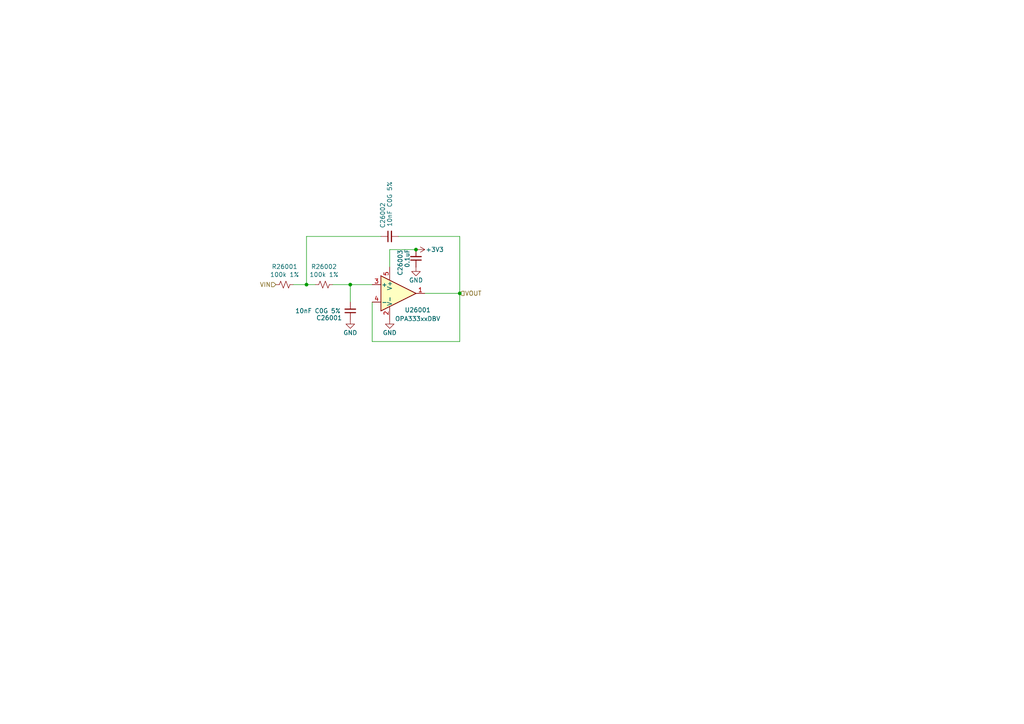
<source format=kicad_sch>
(kicad_sch (version 20231120) (generator "eeschema") (generator_version "8.0")
  (paper "A4")
  (lib_symbols
    (symbol "Amplifier_Operational:OPA333xxDBV" (pin_names (offset 0.127))
      (property "Reference" "U" (at -1.27 6.35 0))
      (property "Value" "OPA333xxDBV" (at -1.27 3.81 0))
      (symbol "OPA333xxDBV_0_1"
        (polyline (pts (xy -5.08 5.08) (xy 5.08 0) (xy -5.08 -5.08) (xy -5.08 5.08)) (stroke (width 0.254)) (fill (type background)))
        (pin power_in line (at -2.54 -7.62 90) (length 3.81) (name "V-") (number "2"))
        (pin power_in line (at -2.54 7.62 270) (length 3.81) (name "V+") (number "5"))
      )
      (symbol "OPA333xxDBV_1_1"
        (pin output line (at 7.62 0 180) (length 2.54) (name "~") (number "1"))
        (pin input line (at -7.62 2.54 0) (length 2.54) (name "+") (number "3"))
        (pin input line (at -7.62 -2.54 0) (length 2.54) (name "-") (number "4"))
      )
    )
    (symbol "Device:C_Small" (pin_numbers hide) (pin_names (offset 0.254) hide)
      (property "Reference" "C" (at 0.254 1.778 0))
      (property "Value" "C_Small" (at 0.254 -2.032 0))
      (symbol "C_Small_0_1"
        (polyline (pts (xy -1.524 -0.508) (xy 1.524 -0.508)) (stroke (width 0.3302)))
        (polyline (pts (xy -1.524 0.508) (xy 1.524 0.508)) (stroke (width 0.3048)))
      )
      (symbol "C_Small_1_1"
        (pin passive line (at 0 2.54 270) (length 2.032) (name "~") (number "1"))
        (pin passive line (at 0 -2.54 90) (length 2.032) (name "~") (number "2"))
      )
    )
    (symbol "Device:R_Small_US" (pin_numbers hide) (pin_names (offset 0.254) hide)
      (property "Reference" "R" (at 0.762 0.508 0))
      (property "Value" "R_Small_US" (at 0.762 -1.016 0))
      (symbol "R_Small_US_1_1"
        (polyline (pts (xy 0 0) (xy 1.016 -0.381) (xy 0 -0.762) (xy -1.016 -1.143) (xy 0 -1.524)))
        (polyline (pts (xy 0 1.524) (xy 1.016 1.143) (xy 0 0.762) (xy -1.016 0.381) (xy 0 0)))
        (pin passive line (at 0 2.54 270) (length 1.016) (name "~") (number "1"))
        (pin passive line (at 0 -2.54 90) (length 1.016) (name "~") (number "2"))
      )
    )
    (symbol "power:+3V3" (power) (pin_numbers hide) (pin_names (offset 0) hide)
      (property "Value" "+3V3" (at 0 3.556 0))
      (symbol "+3V3_0_1"
        (polyline (pts (xy -0.762 1.27) (xy 0 2.54)))
        (polyline (pts (xy 0 0) (xy 0 2.54)))
        (polyline (pts (xy 0 2.54) (xy 0.762 1.27)))
      )
      (symbol "+3V3_1_1"
        (pin power_in line (at 0 0 90) (length 0) (name "~") (number "1"))
      )
    )
    (symbol "power:GND" (power) (pin_names (offset 0))
      (property "Value" "GND" (at 0 -3.81 0))
      (symbol "GND_0_1"
        (polyline (pts (xy 0 0) (xy 0 -1.27) (xy 1.27 -1.27) (xy 0 -2.54) (xy -1.27 -1.27) (xy 0 -1.27)))
      )
      (symbol "GND_1_1"
        (pin power_in line (at 0 0 270) (length 0) hide (name "GND") (number "1"))
      )
    )
  )
  (junction (at 120.65 72.39))
  (junction (at 133.35 85.09))
  (junction (at 101.6 82.55))
  (junction (at 88.9 82.55))
  (wire (pts (xy 88.9 82.55) (xy 91.44 82.55)))
  (wire (pts (xy 123.19 85.09) (xy 133.35 85.09)))
  (wire (pts (xy 107.95 87.63) (xy 107.95 99.06)))
  (wire (pts (xy 85.09 82.55) (xy 88.9 82.55)))
  (wire (pts (xy 133.35 68.58) (xy 133.35 85.09)))
  (wire (pts (xy 115.57 68.58) (xy 133.35 68.58)))
  (wire (pts (xy 113.03 77.47) (xy 113.03 72.39)))
  (wire (pts (xy 96.52 82.55) (xy 101.6 82.55)))
  (wire (pts (xy 101.6 82.55) (xy 101.6 87.63)))
  (wire (pts (xy 107.95 99.06) (xy 133.35 99.06)))
  (wire (pts (xy 101.6 82.55) (xy 107.95 82.55)))
  (wire (pts (xy 88.9 68.58) (xy 88.9 82.55)))
  (wire (pts (xy 110.49 68.58) (xy 88.9 68.58)))
  (wire (pts (xy 133.35 99.06) (xy 133.35 85.09)))
  (wire (pts (xy 113.03 72.39) (xy 120.65 72.39)))
  (hierarchical_label "VIN" (shape input) (at 80.01 82.55 180))
  (hierarchical_label "VOUT" (shape input) (at 133.35 85.09 0))
  (symbol (lib_id "Device:C_Small") (at 120.65 74.93 180) (unit 1)
    (property "Reference" "C26003" (at 116.078 76.2 90))
    (property "Value" "0.1uF" (at 118.11 74.93 90))
    (property "Footprint" "Capacitor_SMD:C_0402_1005Metric" (effects (hide yes)))
    (instances (project "analog_frontend_panel" (path "" (reference "C26003") (unit 1)) (path "" (reference "C20003") (unit 1))))
  )
  (symbol (lib_id "Device:C_Small") (at 101.6 90.17 180) (unit 1)
    (property "Reference" "C26001" (at 91.694 92.202 0) (effects (justify right)))
    (property "Value" "10nF C0G 5%" (at 85.598 90.17 0) (effects (justify right)))
    (property "Footprint" "Capacitor_SMD:C_0402_1005Metric" (effects (hide yes)))
    (property "LCSC" "C3855387" (effects (hide yes)))
    (instances (project "analog_frontend_panel" (path "" (reference "C26001") (unit 1)) (path "" (reference "C20001") (unit 1))))
  )
  (symbol (lib_id "Device:C_Small") (at 113.03 68.58 90) (unit 1)
    (property "Reference" "C26002" (at 110.998 58.674 0) (effects (justify right)))
    (property "Value" "10nF C0G 5%" (at 113.03 52.578 0) (effects (justify right)))
    (property "Footprint" "Capacitor_SMD:C_0402_1005Metric" (effects (hide yes)))
    (property "LCSC" "C3855387" (effects (hide yes)))
    (instances (project "analog_frontend_panel" (path "" (reference "C26002") (unit 1)) (path "" (reference "C20002") (unit 1))))
  )
  (symbol (lib_id "power:GND") (at 113.03 92.71 0) (unit 1)
    (property "Reference" "#PWR26002" (effects (hide yes)))
    (property "Value" "GND" (at 113.03 96.52 0))
    (instances (project "analog_frontend_panel" (path "" (reference "#PWR26002") (unit 1)) (path "" (reference "#PWR20002") (unit 1))))
  )
  (symbol (lib_id "Device:R_Small_US") (at 93.98 82.55 270) (unit 1)
    (property "Reference" "R26002" (at 93.98 77.343 90))
    (property "Value" "100k 1%" (at 93.98 79.6544 90))
    (property "Footprint" "Resistor_SMD:R_0402_1005Metric" (effects (hide yes)))
    (property "LCSC" "C25741" (effects (hide yes)))
    (instances (project "analog_frontend_panel" (path "" (reference "R26002") (unit 1)) (path "" (reference "R20001") (unit 1))))
  )
  (symbol (lib_id "power:+3V3") (at 120.65 72.39 270) (unit 1)
    (property "Reference" "#PWR20003" (effects (hide yes)))
    (property "Value" "+3V3" (at 123.444 72.39 90) (effects (justify left)))
    (property "Description" "Power symbol creates a global label with name \"+3V3\"" (effects (hide yes)))
    (instances (project "analog_frontend_panel" (path "" (reference "#PWR25001") (unit 1)) (path "" (reference "#PWR20003") (unit 1))))
  )
  (symbol (lib_id "Amplifier_Operational:OPA333xxDBV") (at 115.57 85.09 0) (unit 1)
    (property "Reference" "U26001" (at 121.158 89.916 0))
    (property "Value" "OPA333xxDBV" (at 121.158 92.456 0))
    (property "Footprint" "Package_TO_SOT_SMD:SOT-23-5" (effects (hide yes)))
    (property "Datasheet" "http://www.ti.com/lit/ds/symlink/opa333.pdf" (effects (hide yes)))
    (property "Description" "Single 1.8V, microPower, CMOS Operational Amplifiers, Zero-Drift Series, SOT-23-5" (effects (hide yes)))
    (instances (project "analog_frontend_panel" (path "" (reference "U26001") (unit 1)) (path "" (reference "U20001") (unit 1))))
  )
  (symbol (lib_id "power:GND") (at 120.65 77.47 0) (unit 1)
    (property "Reference" "#PWR26004" (effects (hide yes)))
    (property "Value" "GND" (at 120.65 81.28 0))
    (instances (project "analog_frontend_panel" (path "" (reference "#PWR26004") (unit 1)) (path "" (reference "#PWR20004") (unit 1))))
  )
  (symbol (lib_id "Device:R_Small_US") (at 82.55 82.55 270) (unit 1)
    (property "Reference" "R26001" (at 82.55 77.343 90))
    (property "Value" "100k 1%" (at 82.55 79.6544 90))
    (property "Footprint" "Resistor_SMD:R_0402_1005Metric" (effects (hide yes)))
    (property "LCSC" "C25741" (effects (hide yes)))
    (instances (project "analog_frontend_panel" (path "" (reference "R26001") (unit 1)) (path "" (reference "R20002") (unit 1))))
  )
  (symbol (lib_id "power:GND") (at 101.6 92.71 0) (unit 1)
    (property "Reference" "#PWR26001" (effects (hide yes)))
    (property "Value" "GND" (at 101.6 96.52 0))
    (instances (project "analog_frontend_panel" (path "" (reference "#PWR26001") (unit 1)) (path "" (reference "#PWR20001") (unit 1))))
  )
)
</source>
